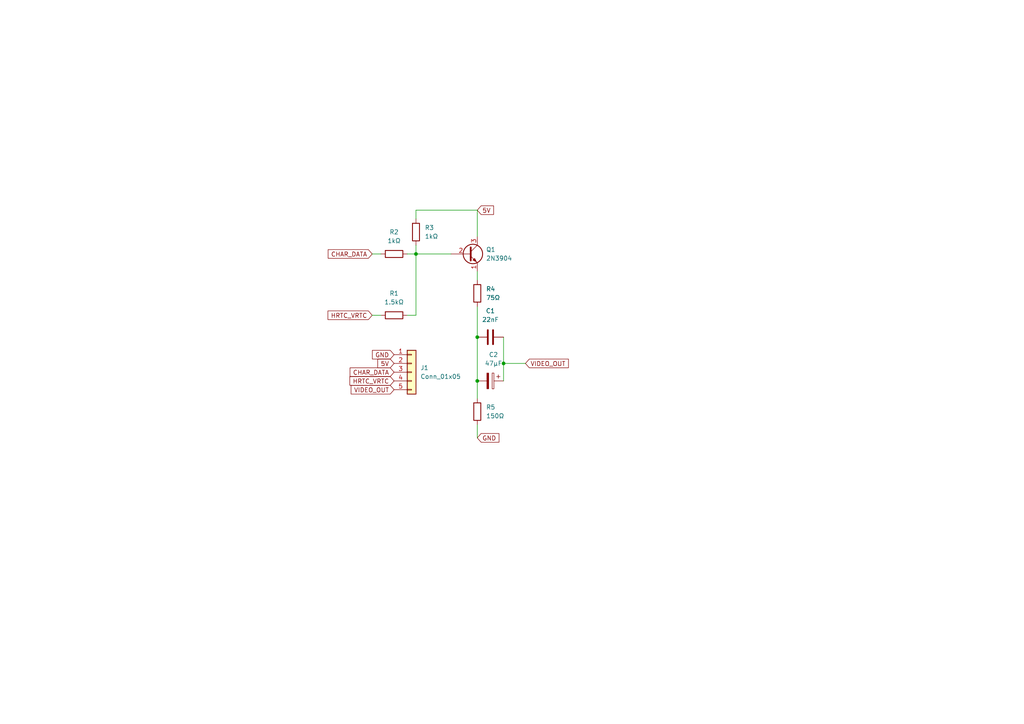
<source format=kicad_sch>
(kicad_sch (version 20231120) (generator "eeschema") (generator_version "8.0")
  (paper "A4")
  (title_block (title "РАДИО-86РК Video Output Stage") (date "23-Nov-2024") (rev "1.1-0") (comment 1 "https://github.com/0ddjob/Radio-86RK-Video-Output") (comment 2 "Brett Hallen") (comment 3 "https://github.com/skiselev/radio-86rk") (comment 4 "Original design by Sergey Kiselev"))
  (lib_symbols
    (symbol "Connector_Generic:Conn_01x05" (pin_names (offset 1.016) hide)
      (property "Reference" "J" (at 0 7.62 0))
      (property "Value" "Conn_01x05" (at 0 -7.62 0))
      (symbol "Conn_01x05_1_1"
        (rectangle (start -1.27 -4.953) (end 0 -5.207) (stroke (width 0.1524)))
        (rectangle (start -1.27 -2.413) (end 0 -2.667) (stroke (width 0.1524)))
        (rectangle (start -1.27 0.127) (end 0 -0.127) (stroke (width 0.1524)))
        (rectangle (start -1.27 2.667) (end 0 2.413) (stroke (width 0.1524)))
        (rectangle (start -1.27 5.207) (end 0 4.953) (stroke (width 0.1524)))
        (rectangle (start -1.27 6.35) (end 1.27 -6.35) (stroke (width 0.254)) (fill (type background)))
        (pin passive line (at -5.08 5.08 0) (length 3.81) (name "Pin_1") (number "1"))
        (pin passive line (at -5.08 2.54 0) (length 3.81) (name "Pin_2") (number "2"))
        (pin passive line (at -5.08 0 0) (length 3.81) (name "Pin_3") (number "3"))
        (pin passive line (at -5.08 -2.54 0) (length 3.81) (name "Pin_4") (number "4"))
        (pin passive line (at -5.08 -5.08 0) (length 3.81) (name "Pin_5") (number "5"))
      )
    )
    (symbol "Device:C" (pin_numbers hide) (pin_names (offset 0.254))
      (property "Reference" "C" (at 0.635 2.54 0))
      (property "Value" "C" (at 0.635 -2.54 0))
      (symbol "C_0_1"
        (polyline (pts (xy -2.032 -0.762) (xy 2.032 -0.762)) (stroke (width 0.508)))
        (polyline (pts (xy -2.032 0.762) (xy 2.032 0.762)) (stroke (width 0.508)))
      )
      (symbol "C_1_1"
        (pin passive line (at 0 3.81 270) (length 2.794) (name "~") (number "1"))
        (pin passive line (at 0 -3.81 90) (length 2.794) (name "~") (number "2"))
      )
    )
    (symbol "Device:C_Polarized" (pin_numbers hide) (pin_names (offset 0.254))
      (property "Reference" "C" (at 0.635 2.54 0))
      (property "Value" "C_Polarized" (at 0.635 -2.54 0))
      (symbol "C_Polarized_0_1"
        (rectangle (start -2.286 -0.508) (end 2.286 -1.016) (fill (type outline)))
        (rectangle (start -2.286 0.508) (end 2.286 1.016))
        (polyline (pts (xy -1.778 2.286) (xy -0.762 2.286)))
        (polyline (pts (xy -1.27 2.794) (xy -1.27 1.778)))
      )
      (symbol "C_Polarized_1_1"
        (pin passive line (at 0 3.81 270) (length 2.794) (name "~") (number "1"))
        (pin passive line (at 0 -3.81 90) (length 2.794) (name "~") (number "2"))
      )
    )
    (symbol "Device:R" (pin_numbers hide) (pin_names (offset 0))
      (property "Reference" "R" (at 2.032 0 90))
      (property "Value" "R" (at 0 0 90))
      (symbol "R_0_1"
        (rectangle (start -1.016 -2.54) (end 1.016 2.54) (stroke (width 0.254)))
      )
      (symbol "R_1_1"
        (pin passive line (at 0 3.81 270) (length 1.27) (name "~") (number "1"))
        (pin passive line (at 0 -3.81 90) (length 1.27) (name "~") (number "2"))
      )
    )
    (symbol "Transistor_BJT:2N3904" (pin_names (offset 0) hide)
      (property "Reference" "Q" (at 5.08 1.905 0))
      (property "Value" "2N3904" (at 5.08 0 0))
      (symbol "2N3904_0_1"
        (polyline (pts (xy 0.635 0.635) (xy 2.54 2.54)))
        (polyline (pts (xy 0.635 -0.635) (xy 2.54 -2.54) (xy 2.54 -2.54)))
        (polyline (pts (xy 0.635 1.905) (xy 0.635 -1.905) (xy 0.635 -1.905)) (stroke (width 0.508)))
        (polyline (pts (xy 1.27 -1.778) (xy 1.778 -1.27) (xy 2.286 -2.286) (xy 1.27 -1.778) (xy 1.27 -1.778)) (fill (type outline)))
        (circle (center 1.27 0) (radius 2.8194) (stroke (width 0.254)))
      )
      (symbol "2N3904_1_1"
        (pin passive line (at 2.54 -5.08 90) (length 2.54) (name "E") (number "1"))
        (pin passive line (at -5.08 0 0) (length 5.715) (name "B") (number "2"))
        (pin passive line (at 2.54 5.08 270) (length 2.54) (name "C") (number "3"))
      )
    )
  )
  (junction (at 138.43 110.49))
  (junction (at 138.43 97.79))
  (junction (at 146.05 105.41))
  (junction (at 120.65 73.66))
  (wire (pts (xy 107.95 73.66) (xy 110.49 73.66)))
  (wire (pts (xy 120.65 73.66) (xy 130.81 73.66)))
  (wire (pts (xy 146.05 105.41) (xy 152.4 105.41)))
  (wire (pts (xy 120.65 73.66) (xy 118.11 73.66)))
  (wire (pts (xy 146.05 105.41) (xy 146.05 110.49)))
  (wire (pts (xy 138.43 123.19) (xy 138.43 127)))
  (wire (pts (xy 146.05 97.79) (xy 146.05 105.41)))
  (wire (pts (xy 138.43 88.9) (xy 138.43 97.79)))
  (wire (pts (xy 138.43 110.49) (xy 138.43 115.57)))
  (wire (pts (xy 107.95 91.44) (xy 110.49 91.44)))
  (wire (pts (xy 120.65 63.5) (xy 120.65 60.96)))
  (wire (pts (xy 138.43 60.96) (xy 138.43 68.58)))
  (wire (pts (xy 138.43 97.79) (xy 138.43 110.49)))
  (wire (pts (xy 120.65 60.96) (xy 138.43 60.96)))
  (wire (pts (xy 120.65 71.12) (xy 120.65 73.66)))
  (wire (pts (xy 118.11 91.44) (xy 120.65 91.44)))
  (wire (pts (xy 120.65 91.44) (xy 120.65 73.66)))
  (wire (pts (xy 138.43 78.74) (xy 138.43 81.28)))
  (global_label "HRTC_VRTC" (shape input) (at 114.3 110.49 180) (property "Intersheetrefs" "${INTERSHEET_REFS}" (effects (hide yes))))
  (global_label "VIDEO_OUT" (shape input) (at 114.3 113.03 180) (property "Intersheetrefs" "${INTERSHEET_REFS}" (effects (hide yes))))
  (global_label "5V" (shape input) (at 138.43 60.96 0) (property "Intersheetrefs" "${INTERSHEET_REFS}" (effects (hide yes))))
  (global_label "HRTC_VRTC" (shape input) (at 107.95 91.44 180) (property "Intersheetrefs" "${INTERSHEET_REFS}" (effects (hide yes))))
  (global_label "VIDEO_OUT" (shape input) (at 152.4 105.41 0) (property "Intersheetrefs" "${INTERSHEET_REFS}" (effects (hide yes))))
  (global_label "CHAR_DATA" (shape input) (at 107.95 73.66 180) (property "Intersheetrefs" "${INTERSHEET_REFS}" (effects (hide yes))))
  (global_label "GND" (shape input) (at 138.43 127 0) (property "Intersheetrefs" "${INTERSHEET_REFS}" (effects (hide yes))))
  (global_label "GND" (shape input) (at 114.3 102.87 180) (property "Intersheetrefs" "${INTERSHEET_REFS}" (effects (hide yes))))
  (global_label "CHAR_DATA" (shape input) (at 114.3 107.95 180) (property "Intersheetrefs" "${INTERSHEET_REFS}" (effects (hide yes))))
  (global_label "5V" (shape input) (at 114.3 105.41 180) (property "Intersheetrefs" "${INTERSHEET_REFS}" (effects (hide yes))))
  (symbol (lib_id "Device:R") (at 114.3 73.66 90) (unit 1)
    (property "Reference" "R2" (at 114.3 67.31 90))
    (property "Value" "1kΩ" (at 114.3 69.85 90))
    (property "Footprint" "Resistor_THT:R_Axial_DIN0207_L6.3mm_D2.5mm_P2.54mm_Vertical" (effects (hide yes)))
  )
  (symbol (lib_id "Device:C") (at 142.24 97.79 90) (unit 1)
    (property "Reference" "C1" (at 142.24 90.17 90))
    (property "Value" "22nF" (at 142.24 92.71 90))
    (property "Footprint" "Capacitor_THT:C_Disc_D3.8mm_W2.6mm_P2.50mm" (effects (hide yes)))
  )
  (symbol (lib_id "Device:R") (at 138.43 85.09 180) (unit 1)
    (property "Reference" "R4" (at 140.97 83.82 0) (effects (justify right)))
    (property "Value" "75Ω" (at 140.97 86.36 0) (effects (justify right)))
    (property "Footprint" "Resistor_THT:R_Axial_DIN0207_L6.3mm_D2.5mm_P2.54mm_Vertical" (effects (hide yes)))
  )
  (symbol (lib_id "Connector_Generic:Conn_01x05") (at 119.38 107.95 0) (unit 1)
    (property "Reference" "J1" (at 121.92 106.6799 0) (effects (justify left)))
    (property "Value" "Conn_01x05" (at 121.92 109.2199 0) (effects (justify left)))
    (property "Footprint" "Connector_PinHeader_2.54mm:PinHeader_1x05_P2.54mm_Vertical" (effects (hide yes)))
    (property "Description" "Generic connector, single row, 01x05, script generated (kicad-library-utils/schlib/autogen/connector/)" (effects (hide yes)))
  )
  (symbol (lib_id "Device:R") (at 138.43 119.38 180) (unit 1)
    (property "Reference" "R5" (at 140.97 118.11 0) (effects (justify right)))
    (property "Value" "150Ω" (at 140.97 120.65 0) (effects (justify right)))
    (property "Footprint" "Resistor_THT:R_Axial_DIN0207_L6.3mm_D2.5mm_P2.54mm_Vertical" (effects (hide yes)))
  )
  (symbol (lib_id "Device:C_Polarized") (at 142.24 110.49 270) (unit 1)
    (property "Reference" "C2" (at 143.129 102.87 90))
    (property "Value" "47µF" (at 143.129 105.41 90))
    (property "Footprint" "Capacitor_THT:CP_Radial_D5.0mm_P2.50mm" (effects (hide yes)))
  )
  (symbol (lib_id "Device:R") (at 120.65 67.31 180) (unit 1)
    (property "Reference" "R3" (at 123.19 66.04 0) (effects (justify right)))
    (property "Value" "1kΩ" (at 123.19 68.58 0) (effects (justify right)))
    (property "Footprint" "Resistor_THT:R_Axial_DIN0207_L6.3mm_D2.5mm_P2.54mm_Vertical" (effects (hide yes)))
  )
  (symbol (lib_id "Transistor_BJT:2N3904") (at 135.89 73.66 0) (unit 1)
    (property "Reference" "Q1" (at 140.97 72.39 0) (effects (justify left)))
    (property "Value" "2N3904" (at 140.97 74.93 0) (effects (justify left)))
    (property "Footprint" "Package_TO_SOT_THT:TO-92_Inline" (effects (hide yes)))
    (property "Datasheet" "https://www.onsemi.com/pub/Collateral/2N3903-D.PDF" (effects (hide yes)))
  )
  (symbol (lib_id "Device:R") (at 114.3 91.44 90) (unit 1)
    (property "Reference" "R1" (at 114.3 85.09 90))
    (property "Value" "1.5kΩ" (at 114.3 87.63 90))
    (property "Footprint" "Resistor_THT:R_Axial_DIN0207_L6.3mm_D2.5mm_P2.54mm_Vertical" (effects (hide yes)))
  )
)
</source>
